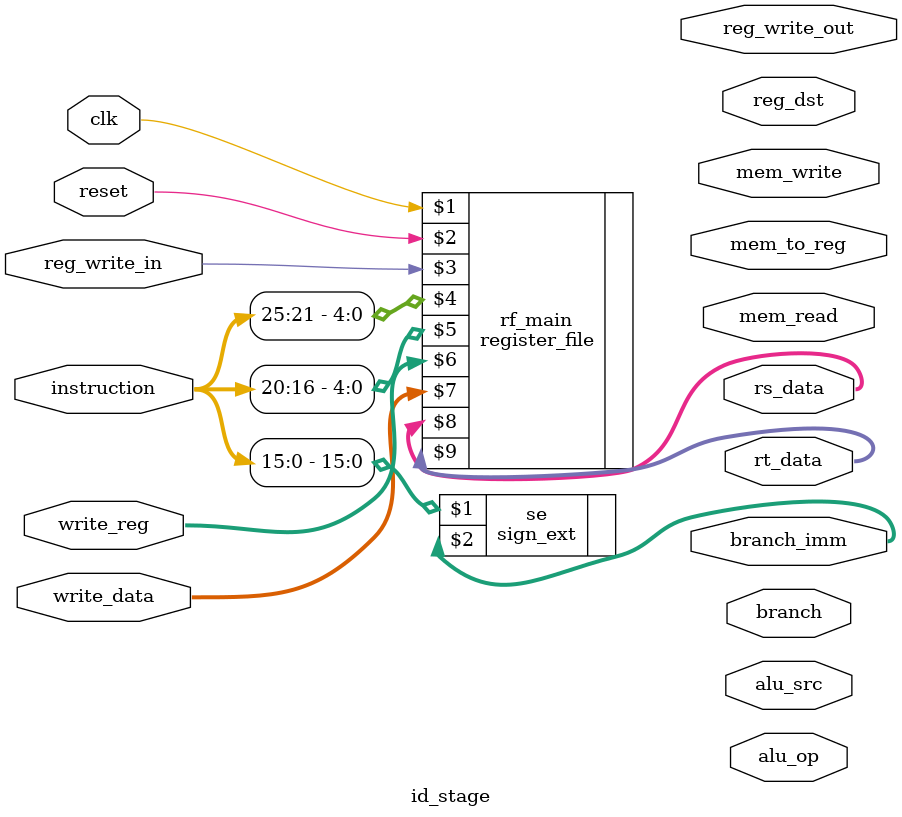
<source format=v>
`include "sign_ext.v"
`include "control.v"

module id_stage (input clk, input reset, input [31:0] instruction, input reg_write_in, input [31:0] write_data, input [4:0] write_reg, output reg_write_out, output mem_to_reg, output branch, output mem_write, output mem_read, output alu_src, output [1:0] alu_op, output reg_dst, output [31:0] branch_imm, output [31:0] rs_data, output [31:0] rt_data);

    sign_ext #(16, 32) se(instruction[15:0], branch_imm);
    register_file rf_main(clk, reset, reg_write_in, instruction[25:21], instruction[20:16], write_reg, write_data, rs_data, rt_data);
    // control_unit cu(instruction[31:26], reg_write_out, mem_to_reg, branch, mem_write, mem_read, alu_src, alu_op, reg_dst);
    
endmodule
</source>
